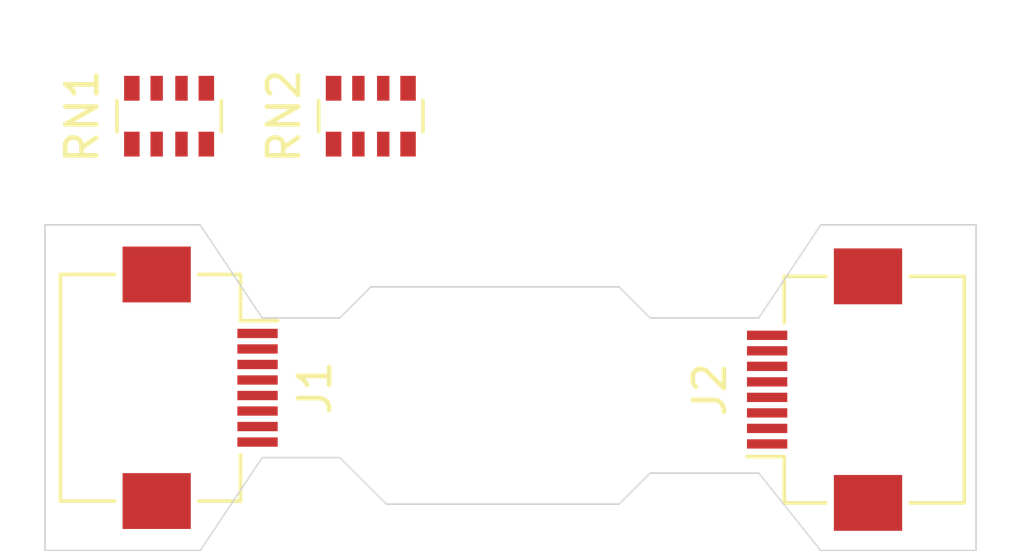
<source format=kicad_pcb>
(kicad_pcb (version 20171130) (host pcbnew 5.1.12-84ad8e8a86~92~ubuntu21.10.1)

  (general
    (thickness 1.6)
    (drawings 20)
    (tracks 0)
    (zones 0)
    (modules 4)
    (nets 17)
  )

  (page A4)
  (layers
    (0 F.Cu signal)
    (31 B.Cu signal)
    (32 B.Adhes user)
    (33 F.Adhes user)
    (34 B.Paste user)
    (35 F.Paste user)
    (36 B.SilkS user)
    (37 F.SilkS user)
    (38 B.Mask user)
    (39 F.Mask user)
    (40 Dwgs.User user)
    (41 Cmts.User user)
    (42 Eco1.User user)
    (43 Eco2.User user)
    (44 Edge.Cuts user)
    (45 Margin user)
    (46 B.CrtYd user)
    (47 F.CrtYd user)
    (48 B.Fab user)
    (49 F.Fab user)
  )

  (setup
    (last_trace_width 0.25)
    (trace_clearance 0.2)
    (zone_clearance 0.508)
    (zone_45_only no)
    (trace_min 0.2)
    (via_size 0.8)
    (via_drill 0.4)
    (via_min_size 0.4)
    (via_min_drill 0.3)
    (uvia_size 0.3)
    (uvia_drill 0.1)
    (uvias_allowed no)
    (uvia_min_size 0.2)
    (uvia_min_drill 0.1)
    (edge_width 0.05)
    (segment_width 0.2)
    (pcb_text_width 0.3)
    (pcb_text_size 1.5 1.5)
    (mod_edge_width 0.12)
    (mod_text_size 1 1)
    (mod_text_width 0.15)
    (pad_size 1.524 1.524)
    (pad_drill 0.762)
    (pad_to_mask_clearance 0)
    (aux_axis_origin 0 0)
    (visible_elements FFFFFF7F)
    (pcbplotparams
      (layerselection 0x010fc_ffffffff)
      (usegerberextensions false)
      (usegerberattributes true)
      (usegerberadvancedattributes true)
      (creategerberjobfile true)
      (excludeedgelayer true)
      (linewidth 0.100000)
      (plotframeref false)
      (viasonmask false)
      (mode 1)
      (useauxorigin false)
      (hpglpennumber 1)
      (hpglpenspeed 20)
      (hpglpendiameter 15.000000)
      (psnegative false)
      (psa4output false)
      (plotreference true)
      (plotvalue true)
      (plotinvisibletext false)
      (padsonsilk false)
      (subtractmaskfromsilk false)
      (outputformat 1)
      (mirror false)
      (drillshape 1)
      (scaleselection 1)
      (outputdirectory ""))
  )

  (net 0 "")
  (net 1 "Net-(J1-Pad8)")
  (net 2 "Net-(J1-Pad7)")
  (net 3 "Net-(J1-Pad6)")
  (net 4 "Net-(J1-Pad5)")
  (net 5 "Net-(J1-Pad4)")
  (net 6 "Net-(J1-Pad3)")
  (net 7 "Net-(J1-Pad2)")
  (net 8 "Net-(J1-Pad1)")
  (net 9 "Net-(J2-Pad8)")
  (net 10 "Net-(J2-Pad7)")
  (net 11 "Net-(J2-Pad6)")
  (net 12 "Net-(J2-Pad5)")
  (net 13 "Net-(J2-Pad4)")
  (net 14 "Net-(J2-Pad3)")
  (net 15 "Net-(J2-Pad2)")
  (net 16 "Net-(J2-Pad1)")

  (net_class Default "This is the default net class."
    (clearance 0.2)
    (trace_width 0.25)
    (via_dia 0.8)
    (via_drill 0.4)
    (uvia_dia 0.3)
    (uvia_drill 0.1)
    (add_net "Net-(J1-Pad1)")
    (add_net "Net-(J1-Pad2)")
    (add_net "Net-(J1-Pad3)")
    (add_net "Net-(J1-Pad4)")
    (add_net "Net-(J1-Pad5)")
    (add_net "Net-(J1-Pad6)")
    (add_net "Net-(J1-Pad7)")
    (add_net "Net-(J1-Pad8)")
    (add_net "Net-(J2-Pad1)")
    (add_net "Net-(J2-Pad2)")
    (add_net "Net-(J2-Pad3)")
    (add_net "Net-(J2-Pad4)")
    (add_net "Net-(J2-Pad5)")
    (add_net "Net-(J2-Pad6)")
    (add_net "Net-(J2-Pad7)")
    (add_net "Net-(J2-Pad8)")
  )

  (module Resistor_SMD:R_Array_Convex_4x0603 (layer F.Cu) (tedit 58E0A8B2) (tstamp 629762D9)
    (at 129.5 68 90)
    (descr "Chip Resistor Network, ROHM MNR14 (see mnr_g.pdf)")
    (tags "resistor array")
    (path /629742F5)
    (attr smd)
    (fp_text reference RN2 (at 0 -2.8 90) (layer F.SilkS)
      (effects (font (size 1 1) (thickness 0.15)))
    )
    (fp_text value R_Pack04 (at 0 2.8 90) (layer F.Fab)
      (effects (font (size 1 1) (thickness 0.15)))
    )
    (fp_text user %R (at 0 0) (layer F.Fab)
      (effects (font (size 0.5 0.5) (thickness 0.075)))
    )
    (fp_line (start -0.8 -1.6) (end 0.8 -1.6) (layer F.Fab) (width 0.1))
    (fp_line (start 0.8 -1.6) (end 0.8 1.6) (layer F.Fab) (width 0.1))
    (fp_line (start 0.8 1.6) (end -0.8 1.6) (layer F.Fab) (width 0.1))
    (fp_line (start -0.8 1.6) (end -0.8 -1.6) (layer F.Fab) (width 0.1))
    (fp_line (start 0.5 1.68) (end -0.5 1.68) (layer F.SilkS) (width 0.12))
    (fp_line (start 0.5 -1.68) (end -0.5 -1.68) (layer F.SilkS) (width 0.12))
    (fp_line (start -1.55 -1.85) (end 1.55 -1.85) (layer F.CrtYd) (width 0.05))
    (fp_line (start -1.55 -1.85) (end -1.55 1.85) (layer F.CrtYd) (width 0.05))
    (fp_line (start 1.55 1.85) (end 1.55 -1.85) (layer F.CrtYd) (width 0.05))
    (fp_line (start 1.55 1.85) (end -1.55 1.85) (layer F.CrtYd) (width 0.05))
    (pad 5 smd rect (at 0.9 1.2 90) (size 0.8 0.5) (layers F.Cu F.Paste F.Mask)
      (net 16 "Net-(J2-Pad1)"))
    (pad 6 smd rect (at 0.9 0.4 90) (size 0.8 0.4) (layers F.Cu F.Paste F.Mask)
      (net 15 "Net-(J2-Pad2)"))
    (pad 8 smd rect (at 0.9 -1.2 90) (size 0.8 0.5) (layers F.Cu F.Paste F.Mask)
      (net 13 "Net-(J2-Pad4)"))
    (pad 7 smd rect (at 0.9 -0.4 90) (size 0.8 0.4) (layers F.Cu F.Paste F.Mask)
      (net 14 "Net-(J2-Pad3)"))
    (pad 4 smd rect (at -0.9 1.2 90) (size 0.8 0.5) (layers F.Cu F.Paste F.Mask)
      (net 1 "Net-(J1-Pad8)"))
    (pad 2 smd rect (at -0.9 -0.4 90) (size 0.8 0.4) (layers F.Cu F.Paste F.Mask)
      (net 3 "Net-(J1-Pad6)"))
    (pad 3 smd rect (at -0.9 0.4 90) (size 0.8 0.4) (layers F.Cu F.Paste F.Mask)
      (net 2 "Net-(J1-Pad7)"))
    (pad 1 smd rect (at -0.9 -1.2 90) (size 0.8 0.5) (layers F.Cu F.Paste F.Mask)
      (net 4 "Net-(J1-Pad5)"))
    (model ${KISYS3DMOD}/Resistor_SMD.3dshapes/R_Array_Convex_4x0603.wrl
      (at (xyz 0 0 0))
      (scale (xyz 1 1 1))
      (rotate (xyz 0 0 0))
    )
  )

  (module Resistor_SMD:R_Array_Convex_4x0603 (layer F.Cu) (tedit 58E0A8B2) (tstamp 62976225)
    (at 123 68 90)
    (descr "Chip Resistor Network, ROHM MNR14 (see mnr_g.pdf)")
    (tags "resistor array")
    (path /629723E5)
    (attr smd)
    (fp_text reference RN1 (at 0 -2.8 90) (layer F.SilkS)
      (effects (font (size 1 1) (thickness 0.15)))
    )
    (fp_text value R_Pack04 (at 0 2.8 90) (layer F.Fab)
      (effects (font (size 1 1) (thickness 0.15)))
    )
    (fp_text user %R (at 0 0) (layer F.Fab)
      (effects (font (size 0.5 0.5) (thickness 0.075)))
    )
    (fp_line (start -0.8 -1.6) (end 0.8 -1.6) (layer F.Fab) (width 0.1))
    (fp_line (start 0.8 -1.6) (end 0.8 1.6) (layer F.Fab) (width 0.1))
    (fp_line (start 0.8 1.6) (end -0.8 1.6) (layer F.Fab) (width 0.1))
    (fp_line (start -0.8 1.6) (end -0.8 -1.6) (layer F.Fab) (width 0.1))
    (fp_line (start 0.5 1.68) (end -0.5 1.68) (layer F.SilkS) (width 0.12))
    (fp_line (start 0.5 -1.68) (end -0.5 -1.68) (layer F.SilkS) (width 0.12))
    (fp_line (start -1.55 -1.85) (end 1.55 -1.85) (layer F.CrtYd) (width 0.05))
    (fp_line (start -1.55 -1.85) (end -1.55 1.85) (layer F.CrtYd) (width 0.05))
    (fp_line (start 1.55 1.85) (end 1.55 -1.85) (layer F.CrtYd) (width 0.05))
    (fp_line (start 1.55 1.85) (end -1.55 1.85) (layer F.CrtYd) (width 0.05))
    (pad 5 smd rect (at 0.9 1.2 90) (size 0.8 0.5) (layers F.Cu F.Paste F.Mask)
      (net 12 "Net-(J2-Pad5)"))
    (pad 6 smd rect (at 0.9 0.4 90) (size 0.8 0.4) (layers F.Cu F.Paste F.Mask)
      (net 11 "Net-(J2-Pad6)"))
    (pad 8 smd rect (at 0.9 -1.2 90) (size 0.8 0.5) (layers F.Cu F.Paste F.Mask)
      (net 9 "Net-(J2-Pad8)"))
    (pad 7 smd rect (at 0.9 -0.4 90) (size 0.8 0.4) (layers F.Cu F.Paste F.Mask)
      (net 10 "Net-(J2-Pad7)"))
    (pad 4 smd rect (at -0.9 1.2 90) (size 0.8 0.5) (layers F.Cu F.Paste F.Mask)
      (net 5 "Net-(J1-Pad4)"))
    (pad 2 smd rect (at -0.9 -0.4 90) (size 0.8 0.4) (layers F.Cu F.Paste F.Mask)
      (net 7 "Net-(J1-Pad2)"))
    (pad 3 smd rect (at -0.9 0.4 90) (size 0.8 0.4) (layers F.Cu F.Paste F.Mask)
      (net 6 "Net-(J1-Pad3)"))
    (pad 1 smd rect (at -0.9 -1.2 90) (size 0.8 0.5) (layers F.Cu F.Paste F.Mask)
      (net 8 "Net-(J1-Pad1)"))
    (model ${KISYS3DMOD}/Resistor_SMD.3dshapes/R_Array_Convex_4x0603.wrl
      (at (xyz 0 0 0))
      (scale (xyz 1 1 1))
      (rotate (xyz 0 0 0))
    )
  )

  (module Connector_FFC-FPC:Hirose_FH12-8S-0.5SH_1x08-1MP_P0.50mm_Horizontal (layer F.Cu) (tedit 5D24667B) (tstamp 62975FE1)
    (at 144.12 76.81 90)
    (descr "Hirose FH12, FFC/FPC connector, FH12-8S-0.5SH, 8 Pins per row (https://www.hirose.com/product/en/products/FH12/FH12-24S-0.5SH(55)/), generated with kicad-footprint-generator")
    (tags "connector Hirose FH12 horizontal")
    (path /62971234)
    (attr smd)
    (fp_text reference J2 (at 0 -3.7 90) (layer F.SilkS)
      (effects (font (size 1 1) (thickness 0.15)))
    )
    (fp_text value Conn_01x08 (at 0 5.6 90) (layer F.Fab)
      (effects (font (size 1 1) (thickness 0.15)))
    )
    (fp_text user %R (at 0 3.7 90) (layer F.Fab)
      (effects (font (size 1 1) (thickness 0.15)))
    )
    (fp_line (start 0 -1.2) (end -3.55 -1.2) (layer F.Fab) (width 0.1))
    (fp_line (start -3.55 -1.2) (end -3.55 3.4) (layer F.Fab) (width 0.1))
    (fp_line (start -3.55 3.4) (end -2.95 3.4) (layer F.Fab) (width 0.1))
    (fp_line (start -2.95 3.4) (end -2.95 3.7) (layer F.Fab) (width 0.1))
    (fp_line (start -2.95 3.7) (end -3.45 3.7) (layer F.Fab) (width 0.1))
    (fp_line (start -3.45 3.7) (end -3.45 4.4) (layer F.Fab) (width 0.1))
    (fp_line (start -3.45 4.4) (end 0 4.4) (layer F.Fab) (width 0.1))
    (fp_line (start 0 -1.2) (end 3.55 -1.2) (layer F.Fab) (width 0.1))
    (fp_line (start 3.55 -1.2) (end 3.55 3.4) (layer F.Fab) (width 0.1))
    (fp_line (start 3.55 3.4) (end 2.95 3.4) (layer F.Fab) (width 0.1))
    (fp_line (start 2.95 3.4) (end 2.95 3.7) (layer F.Fab) (width 0.1))
    (fp_line (start 2.95 3.7) (end 3.45 3.7) (layer F.Fab) (width 0.1))
    (fp_line (start 3.45 3.7) (end 3.45 4.4) (layer F.Fab) (width 0.1))
    (fp_line (start 3.45 4.4) (end 0 4.4) (layer F.Fab) (width 0.1))
    (fp_line (start -2.16 -1.3) (end -3.65 -1.3) (layer F.SilkS) (width 0.12))
    (fp_line (start -3.65 -1.3) (end -3.65 0.04) (layer F.SilkS) (width 0.12))
    (fp_line (start 2.16 -1.3) (end 3.65 -1.3) (layer F.SilkS) (width 0.12))
    (fp_line (start 3.65 -1.3) (end 3.65 0.04) (layer F.SilkS) (width 0.12))
    (fp_line (start -3.65 2.76) (end -3.65 4.5) (layer F.SilkS) (width 0.12))
    (fp_line (start -3.65 4.5) (end 3.65 4.5) (layer F.SilkS) (width 0.12))
    (fp_line (start 3.65 4.5) (end 3.65 2.76) (layer F.SilkS) (width 0.12))
    (fp_line (start -2.16 -1.3) (end -2.16 -2.5) (layer F.SilkS) (width 0.12))
    (fp_line (start -2.25 -1.2) (end -1.75 -0.492893) (layer F.Fab) (width 0.1))
    (fp_line (start -1.75 -0.492893) (end -1.25 -1.2) (layer F.Fab) (width 0.1))
    (fp_line (start -5.05 -3) (end -5.05 4.9) (layer F.CrtYd) (width 0.05))
    (fp_line (start -5.05 4.9) (end 5.05 4.9) (layer F.CrtYd) (width 0.05))
    (fp_line (start 5.05 4.9) (end 5.05 -3) (layer F.CrtYd) (width 0.05))
    (fp_line (start 5.05 -3) (end -5.05 -3) (layer F.CrtYd) (width 0.05))
    (pad 8 smd rect (at 1.75 -1.85 90) (size 0.3 1.3) (layers F.Cu F.Paste F.Mask)
      (net 9 "Net-(J2-Pad8)"))
    (pad 7 smd rect (at 1.25 -1.85 90) (size 0.3 1.3) (layers F.Cu F.Paste F.Mask)
      (net 10 "Net-(J2-Pad7)"))
    (pad 6 smd rect (at 0.75 -1.85 90) (size 0.3 1.3) (layers F.Cu F.Paste F.Mask)
      (net 11 "Net-(J2-Pad6)"))
    (pad 5 smd rect (at 0.25 -1.85 90) (size 0.3 1.3) (layers F.Cu F.Paste F.Mask)
      (net 12 "Net-(J2-Pad5)"))
    (pad 4 smd rect (at -0.25 -1.85 90) (size 0.3 1.3) (layers F.Cu F.Paste F.Mask)
      (net 13 "Net-(J2-Pad4)"))
    (pad 3 smd rect (at -0.75 -1.85 90) (size 0.3 1.3) (layers F.Cu F.Paste F.Mask)
      (net 14 "Net-(J2-Pad3)"))
    (pad 2 smd rect (at -1.25 -1.85 90) (size 0.3 1.3) (layers F.Cu F.Paste F.Mask)
      (net 15 "Net-(J2-Pad2)"))
    (pad 1 smd rect (at -1.75 -1.85 90) (size 0.3 1.3) (layers F.Cu F.Paste F.Mask)
      (net 16 "Net-(J2-Pad1)"))
    (pad MP smd rect (at -3.65 1.4 90) (size 1.8 2.2) (layers F.Cu F.Paste F.Mask))
    (pad MP smd rect (at 3.65 1.4 90) (size 1.8 2.2) (layers F.Cu F.Paste F.Mask))
    (model ${KISYS3DMOD}/Connector_FFC-FPC.3dshapes/Hirose_FH12-8S-0.5SH_1x08-1MP_P0.50mm_Horizontal.wrl
      (at (xyz 0 0 0))
      (scale (xyz 1 1 1))
      (rotate (xyz 0 0 0))
    )
  )

  (module Connector_FFC-FPC:Hirose_FH12-8S-0.5SH_1x08-1MP_P0.50mm_Horizontal (layer F.Cu) (tedit 5D24667B) (tstamp 62975FB6)
    (at 124 76.75 270)
    (descr "Hirose FH12, FFC/FPC connector, FH12-8S-0.5SH, 8 Pins per row (https://www.hirose.com/product/en/products/FH12/FH12-24S-0.5SH(55)/), generated with kicad-footprint-generator")
    (tags "connector Hirose FH12 horizontal")
    (path /6297097F)
    (attr smd)
    (fp_text reference J1 (at 0 -3.7 90) (layer F.SilkS)
      (effects (font (size 1 1) (thickness 0.15)))
    )
    (fp_text value Conn_01x08 (at 0 5.6 90) (layer F.Fab)
      (effects (font (size 1 1) (thickness 0.15)))
    )
    (fp_text user %R (at 0 3.7 90) (layer F.Fab)
      (effects (font (size 1 1) (thickness 0.15)))
    )
    (fp_line (start 0 -1.2) (end -3.55 -1.2) (layer F.Fab) (width 0.1))
    (fp_line (start -3.55 -1.2) (end -3.55 3.4) (layer F.Fab) (width 0.1))
    (fp_line (start -3.55 3.4) (end -2.95 3.4) (layer F.Fab) (width 0.1))
    (fp_line (start -2.95 3.4) (end -2.95 3.7) (layer F.Fab) (width 0.1))
    (fp_line (start -2.95 3.7) (end -3.45 3.7) (layer F.Fab) (width 0.1))
    (fp_line (start -3.45 3.7) (end -3.45 4.4) (layer F.Fab) (width 0.1))
    (fp_line (start -3.45 4.4) (end 0 4.4) (layer F.Fab) (width 0.1))
    (fp_line (start 0 -1.2) (end 3.55 -1.2) (layer F.Fab) (width 0.1))
    (fp_line (start 3.55 -1.2) (end 3.55 3.4) (layer F.Fab) (width 0.1))
    (fp_line (start 3.55 3.4) (end 2.95 3.4) (layer F.Fab) (width 0.1))
    (fp_line (start 2.95 3.4) (end 2.95 3.7) (layer F.Fab) (width 0.1))
    (fp_line (start 2.95 3.7) (end 3.45 3.7) (layer F.Fab) (width 0.1))
    (fp_line (start 3.45 3.7) (end 3.45 4.4) (layer F.Fab) (width 0.1))
    (fp_line (start 3.45 4.4) (end 0 4.4) (layer F.Fab) (width 0.1))
    (fp_line (start -2.16 -1.3) (end -3.65 -1.3) (layer F.SilkS) (width 0.12))
    (fp_line (start -3.65 -1.3) (end -3.65 0.04) (layer F.SilkS) (width 0.12))
    (fp_line (start 2.16 -1.3) (end 3.65 -1.3) (layer F.SilkS) (width 0.12))
    (fp_line (start 3.65 -1.3) (end 3.65 0.04) (layer F.SilkS) (width 0.12))
    (fp_line (start -3.65 2.76) (end -3.65 4.5) (layer F.SilkS) (width 0.12))
    (fp_line (start -3.65 4.5) (end 3.65 4.5) (layer F.SilkS) (width 0.12))
    (fp_line (start 3.65 4.5) (end 3.65 2.76) (layer F.SilkS) (width 0.12))
    (fp_line (start -2.16 -1.3) (end -2.16 -2.5) (layer F.SilkS) (width 0.12))
    (fp_line (start -2.25 -1.2) (end -1.75 -0.492893) (layer F.Fab) (width 0.1))
    (fp_line (start -1.75 -0.492893) (end -1.25 -1.2) (layer F.Fab) (width 0.1))
    (fp_line (start -5.05 -3) (end -5.05 4.9) (layer F.CrtYd) (width 0.05))
    (fp_line (start -5.05 4.9) (end 5.05 4.9) (layer F.CrtYd) (width 0.05))
    (fp_line (start 5.05 4.9) (end 5.05 -3) (layer F.CrtYd) (width 0.05))
    (fp_line (start 5.05 -3) (end -5.05 -3) (layer F.CrtYd) (width 0.05))
    (pad 8 smd rect (at 1.75 -1.85 270) (size 0.3 1.3) (layers F.Cu F.Paste F.Mask)
      (net 1 "Net-(J1-Pad8)"))
    (pad 7 smd rect (at 1.25 -1.85 270) (size 0.3 1.3) (layers F.Cu F.Paste F.Mask)
      (net 2 "Net-(J1-Pad7)"))
    (pad 6 smd rect (at 0.75 -1.85 270) (size 0.3 1.3) (layers F.Cu F.Paste F.Mask)
      (net 3 "Net-(J1-Pad6)"))
    (pad 5 smd rect (at 0.25 -1.85 270) (size 0.3 1.3) (layers F.Cu F.Paste F.Mask)
      (net 4 "Net-(J1-Pad5)"))
    (pad 4 smd rect (at -0.25 -1.85 270) (size 0.3 1.3) (layers F.Cu F.Paste F.Mask)
      (net 5 "Net-(J1-Pad4)"))
    (pad 3 smd rect (at -0.75 -1.85 270) (size 0.3 1.3) (layers F.Cu F.Paste F.Mask)
      (net 6 "Net-(J1-Pad3)"))
    (pad 2 smd rect (at -1.25 -1.85 270) (size 0.3 1.3) (layers F.Cu F.Paste F.Mask)
      (net 7 "Net-(J1-Pad2)"))
    (pad 1 smd rect (at -1.75 -1.85 270) (size 0.3 1.3) (layers F.Cu F.Paste F.Mask)
      (net 8 "Net-(J1-Pad1)"))
    (pad MP smd rect (at -3.65 1.4 270) (size 1.8 2.2) (layers F.Cu F.Paste F.Mask))
    (pad MP smd rect (at 3.65 1.4 270) (size 1.8 2.2) (layers F.Cu F.Paste F.Mask))
    (model ${KISYS3DMOD}/Connector_FFC-FPC.3dshapes/Hirose_FH12-8S-0.5SH_1x08-1MP_P0.50mm_Horizontal.wrl
      (at (xyz 0 0 0))
      (scale (xyz 1 1 1))
      (rotate (xyz 0 0 0))
    )
  )

  (gr_line (start 119 82) (end 119 71.5) (layer Edge.Cuts) (width 0.05) (tstamp 629762AB))
  (gr_line (start 124 82) (end 119 82) (layer Edge.Cuts) (width 0.05))
  (gr_line (start 126 79) (end 124 82) (layer Edge.Cuts) (width 0.05))
  (gr_line (start 128.5 79) (end 126 79) (layer Edge.Cuts) (width 0.05))
  (gr_line (start 130 80.5) (end 128.5 79) (layer Edge.Cuts) (width 0.05))
  (gr_line (start 137.5 80.5) (end 130 80.5) (layer Edge.Cuts) (width 0.05))
  (gr_line (start 138.5 79.5) (end 137.5 80.5) (layer Edge.Cuts) (width 0.05))
  (gr_line (start 142 79.5) (end 138.5 79.5) (layer Edge.Cuts) (width 0.05))
  (gr_line (start 144 82) (end 142 79.5) (layer Edge.Cuts) (width 0.05))
  (gr_line (start 149 82) (end 144 82) (layer Edge.Cuts) (width 0.05))
  (gr_line (start 149 71.5) (end 149 82) (layer Edge.Cuts) (width 0.05))
  (gr_line (start 144 71.5) (end 149 71.5) (layer Edge.Cuts) (width 0.05))
  (gr_line (start 142 74.5) (end 144 71.5) (layer Edge.Cuts) (width 0.05))
  (gr_line (start 138.5 74.5) (end 142 74.5) (layer Edge.Cuts) (width 0.05))
  (gr_line (start 137.5 73.5) (end 138.5 74.5) (layer Edge.Cuts) (width 0.05))
  (gr_line (start 129.5 73.5) (end 137.5 73.5) (layer Edge.Cuts) (width 0.05))
  (gr_line (start 128.5 74.5) (end 129.5 73.5) (layer Edge.Cuts) (width 0.05))
  (gr_line (start 126 74.5) (end 128.5 74.5) (layer Edge.Cuts) (width 0.05))
  (gr_line (start 124 71.5) (end 126 74.5) (layer Edge.Cuts) (width 0.05))
  (gr_line (start 119 71.5) (end 124 71.5) (layer Edge.Cuts) (width 0.05))

)

</source>
